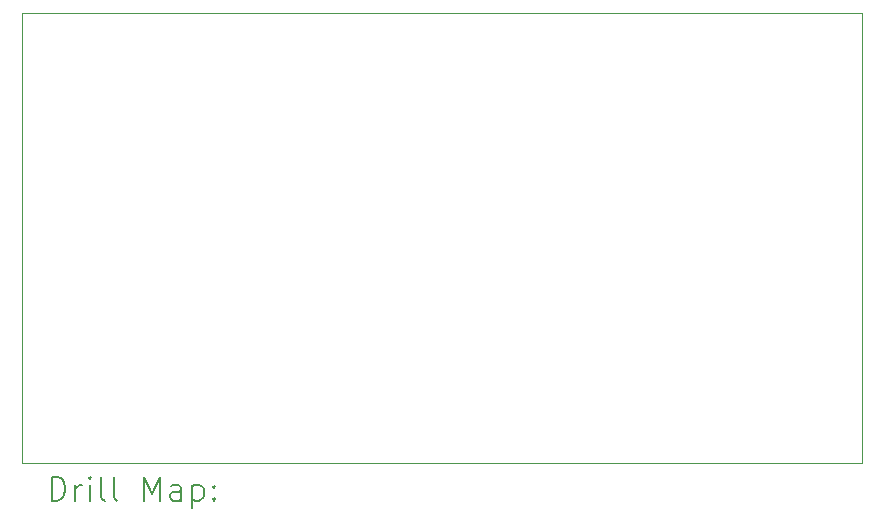
<source format=gbr>
%TF.GenerationSoftware,KiCad,Pcbnew,7.0.10*%
%TF.CreationDate,2025-06-10T16:39:54+09:00*%
%TF.ProjectId,Relay_Switch,52656c61-795f-4537-9769-7463682e6b69,rev?*%
%TF.SameCoordinates,Original*%
%TF.FileFunction,Drillmap*%
%TF.FilePolarity,Positive*%
%FSLAX45Y45*%
G04 Gerber Fmt 4.5, Leading zero omitted, Abs format (unit mm)*
G04 Created by KiCad (PCBNEW 7.0.10) date 2025-06-10 16:39:54*
%MOMM*%
%LPD*%
G01*
G04 APERTURE LIST*
%ADD10C,0.100000*%
%ADD11C,0.200000*%
G04 APERTURE END LIST*
D10*
X11684000Y-9398000D02*
X18796000Y-9398000D01*
X18796000Y-13208000D01*
X11684000Y-13208000D01*
X11684000Y-9398000D01*
D11*
X11939777Y-13524484D02*
X11939777Y-13324484D01*
X11939777Y-13324484D02*
X11987396Y-13324484D01*
X11987396Y-13324484D02*
X12015967Y-13334008D01*
X12015967Y-13334008D02*
X12035015Y-13353055D01*
X12035015Y-13353055D02*
X12044539Y-13372103D01*
X12044539Y-13372103D02*
X12054062Y-13410198D01*
X12054062Y-13410198D02*
X12054062Y-13438769D01*
X12054062Y-13438769D02*
X12044539Y-13476865D01*
X12044539Y-13476865D02*
X12035015Y-13495912D01*
X12035015Y-13495912D02*
X12015967Y-13514960D01*
X12015967Y-13514960D02*
X11987396Y-13524484D01*
X11987396Y-13524484D02*
X11939777Y-13524484D01*
X12139777Y-13524484D02*
X12139777Y-13391150D01*
X12139777Y-13429246D02*
X12149301Y-13410198D01*
X12149301Y-13410198D02*
X12158824Y-13400674D01*
X12158824Y-13400674D02*
X12177872Y-13391150D01*
X12177872Y-13391150D02*
X12196920Y-13391150D01*
X12263586Y-13524484D02*
X12263586Y-13391150D01*
X12263586Y-13324484D02*
X12254062Y-13334008D01*
X12254062Y-13334008D02*
X12263586Y-13343531D01*
X12263586Y-13343531D02*
X12273110Y-13334008D01*
X12273110Y-13334008D02*
X12263586Y-13324484D01*
X12263586Y-13324484D02*
X12263586Y-13343531D01*
X12387396Y-13524484D02*
X12368348Y-13514960D01*
X12368348Y-13514960D02*
X12358824Y-13495912D01*
X12358824Y-13495912D02*
X12358824Y-13324484D01*
X12492158Y-13524484D02*
X12473110Y-13514960D01*
X12473110Y-13514960D02*
X12463586Y-13495912D01*
X12463586Y-13495912D02*
X12463586Y-13324484D01*
X12720729Y-13524484D02*
X12720729Y-13324484D01*
X12720729Y-13324484D02*
X12787396Y-13467341D01*
X12787396Y-13467341D02*
X12854062Y-13324484D01*
X12854062Y-13324484D02*
X12854062Y-13524484D01*
X13035015Y-13524484D02*
X13035015Y-13419722D01*
X13035015Y-13419722D02*
X13025491Y-13400674D01*
X13025491Y-13400674D02*
X13006443Y-13391150D01*
X13006443Y-13391150D02*
X12968348Y-13391150D01*
X12968348Y-13391150D02*
X12949301Y-13400674D01*
X13035015Y-13514960D02*
X13015967Y-13524484D01*
X13015967Y-13524484D02*
X12968348Y-13524484D01*
X12968348Y-13524484D02*
X12949301Y-13514960D01*
X12949301Y-13514960D02*
X12939777Y-13495912D01*
X12939777Y-13495912D02*
X12939777Y-13476865D01*
X12939777Y-13476865D02*
X12949301Y-13457817D01*
X12949301Y-13457817D02*
X12968348Y-13448293D01*
X12968348Y-13448293D02*
X13015967Y-13448293D01*
X13015967Y-13448293D02*
X13035015Y-13438769D01*
X13130253Y-13391150D02*
X13130253Y-13591150D01*
X13130253Y-13400674D02*
X13149301Y-13391150D01*
X13149301Y-13391150D02*
X13187396Y-13391150D01*
X13187396Y-13391150D02*
X13206443Y-13400674D01*
X13206443Y-13400674D02*
X13215967Y-13410198D01*
X13215967Y-13410198D02*
X13225491Y-13429246D01*
X13225491Y-13429246D02*
X13225491Y-13486388D01*
X13225491Y-13486388D02*
X13215967Y-13505436D01*
X13215967Y-13505436D02*
X13206443Y-13514960D01*
X13206443Y-13514960D02*
X13187396Y-13524484D01*
X13187396Y-13524484D02*
X13149301Y-13524484D01*
X13149301Y-13524484D02*
X13130253Y-13514960D01*
X13311205Y-13505436D02*
X13320729Y-13514960D01*
X13320729Y-13514960D02*
X13311205Y-13524484D01*
X13311205Y-13524484D02*
X13301682Y-13514960D01*
X13301682Y-13514960D02*
X13311205Y-13505436D01*
X13311205Y-13505436D02*
X13311205Y-13524484D01*
X13311205Y-13400674D02*
X13320729Y-13410198D01*
X13320729Y-13410198D02*
X13311205Y-13419722D01*
X13311205Y-13419722D02*
X13301682Y-13410198D01*
X13301682Y-13410198D02*
X13311205Y-13400674D01*
X13311205Y-13400674D02*
X13311205Y-13419722D01*
M02*

</source>
